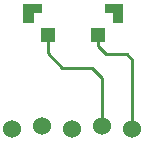
<source format=gbr>
%TF.GenerationSoftware,KiCad,Pcbnew,(6.0.5-0)*%
%TF.CreationDate,2022-06-04T23:39:16+09:00*%
%TF.ProjectId,bg-key,62672d6b-6579-42e6-9b69-6361645f7063,rev?*%
%TF.SameCoordinates,Original*%
%TF.FileFunction,Copper,L1,Top*%
%TF.FilePolarity,Positive*%
%FSLAX46Y46*%
G04 Gerber Fmt 4.6, Leading zero omitted, Abs format (unit mm)*
G04 Created by KiCad (PCBNEW (6.0.5-0)) date 2022-06-04 23:39:16*
%MOMM*%
%LPD*%
G01*
G04 APERTURE LIST*
%TA.AperFunction,EtchedComponent*%
%ADD10C,0.120000*%
%TD*%
%TA.AperFunction,ComponentPad*%
%ADD11C,1.524000*%
%TD*%
%TA.AperFunction,SMDPad,CuDef*%
%ADD12R,1.200000X1.200000*%
%TD*%
%TA.AperFunction,Conductor*%
%ADD13C,0.250000*%
%TD*%
G04 APERTURE END LIST*
D10*
%TO.C,SW1*%
X129400000Y-115823000D02*
X130200000Y-115823000D01*
X130200000Y-115823000D02*
X130200000Y-116623000D01*
X130200000Y-116623000D02*
X129400000Y-116623000D01*
X129400000Y-116623000D02*
X129400000Y-115823000D01*
G36*
X129400000Y-115823000D02*
G01*
X130200000Y-115823000D01*
X130200000Y-116623000D01*
X129400000Y-116623000D01*
X129400000Y-115823000D01*
G37*
X137000000Y-115823000D02*
X137800000Y-115823000D01*
X137800000Y-115823000D02*
X137800000Y-116623000D01*
X137800000Y-116623000D02*
X137000000Y-116623000D01*
X137000000Y-116623000D02*
X137000000Y-115823000D01*
G36*
X137000000Y-115823000D02*
G01*
X137800000Y-115823000D01*
X137800000Y-116623000D01*
X137000000Y-116623000D01*
X137000000Y-115823000D01*
G37*
X136300000Y-115123000D02*
X137800000Y-115123000D01*
X137800000Y-115123000D02*
X137800000Y-115823000D01*
X137800000Y-115823000D02*
X136300000Y-115823000D01*
X136300000Y-115823000D02*
X136300000Y-115123000D01*
G36*
X136300000Y-115123000D02*
G01*
X137800000Y-115123000D01*
X137800000Y-115823000D01*
X136300000Y-115823000D01*
X136300000Y-115123000D01*
G37*
X129400000Y-115123000D02*
X130900000Y-115123000D01*
X130900000Y-115123000D02*
X130900000Y-115823000D01*
X130900000Y-115823000D02*
X129400000Y-115823000D01*
X129400000Y-115823000D02*
X129400000Y-115123000D01*
G36*
X129400000Y-115123000D02*
G01*
X130900000Y-115123000D01*
X130900000Y-115823000D01*
X129400000Y-115823000D01*
X129400000Y-115123000D01*
G37*
%TD*%
D11*
%TO.P,U1,1,3V3*%
%TO.N,Net-(U1-Pad1)*%
X128497000Y-125687000D03*
%TO.P,U1,2,SDA*%
%TO.N,unconnected-(U1-Pad2)*%
X131037000Y-125433000D03*
%TO.P,U1,3,SCL*%
%TO.N,unconnected-(U1-Pad3)*%
X133577000Y-125687000D03*
%TO.P,U1,4,INT*%
%TO.N,Net-(SW1-Pad2)*%
X136117000Y-125433000D03*
%TO.P,U1,5,GND*%
%TO.N,GND*%
X138657000Y-125687000D03*
%TD*%
D12*
%TO.P,SW1,1,1*%
%TO.N,GND*%
X135700000Y-117723000D03*
%TO.P,SW1,2,2*%
%TO.N,Net-(SW1-Pad2)*%
X131500000Y-117723000D03*
%TD*%
D13*
%TO.N,GND*%
X135700000Y-118682000D02*
X136398000Y-119380000D01*
X136398000Y-119380000D02*
X138176000Y-119380000D01*
X135700000Y-117723000D02*
X135700000Y-118682000D01*
X138176000Y-119380000D02*
X138657000Y-119861000D01*
X138657000Y-119861000D02*
X138657000Y-125687000D01*
%TO.N,Net-(SW1-Pad2)*%
X136117000Y-121385000D02*
X136117000Y-125433000D01*
X132715000Y-120523000D02*
X135255000Y-120523000D01*
X131500000Y-117723000D02*
X131500000Y-119308000D01*
X131500000Y-119308000D02*
X132715000Y-120523000D01*
X135255000Y-120523000D02*
X136117000Y-121385000D01*
%TD*%
M02*

</source>
